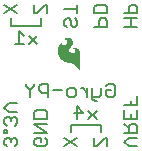
<source format=gbr>
G04 EAGLE Gerber RS-274X export*
G75*
%MOMM*%
%FSLAX34Y34*%
%LPD*%
%INSilkscreen Bottom*%
%IPPOS*%
%AMOC8*
5,1,8,0,0,1.08239X$1,22.5*%
G01*
%ADD10C,0.203200*%
%ADD11C,0.177800*%

G36*
X83864Y92628D02*
X83864Y92628D01*
X83906Y92643D01*
X83908Y92648D01*
X83912Y92650D01*
X83941Y92723D01*
X83945Y92734D01*
X83945Y92735D01*
X83945Y107899D01*
X83943Y107904D01*
X83945Y107910D01*
X83875Y108741D01*
X83869Y108752D01*
X83870Y108767D01*
X83630Y109566D01*
X83622Y109576D01*
X83620Y109590D01*
X83219Y110322D01*
X83209Y110330D01*
X83204Y110343D01*
X82734Y110893D01*
X82723Y110898D01*
X82716Y110910D01*
X82146Y111355D01*
X82134Y111358D01*
X82124Y111368D01*
X81476Y111689D01*
X81464Y111690D01*
X81452Y111698D01*
X80753Y111882D01*
X80742Y111881D01*
X80731Y111886D01*
X79791Y111959D01*
X79782Y111956D01*
X79771Y111959D01*
X78831Y111886D01*
X78827Y111884D01*
X78821Y111885D01*
X78338Y111809D01*
X78299Y111784D01*
X78259Y111763D01*
X78258Y111759D01*
X78255Y111757D01*
X78245Y111712D01*
X78233Y111668D01*
X78235Y111664D01*
X78234Y111660D01*
X78259Y111622D01*
X78283Y111583D01*
X78287Y111582D01*
X78289Y111579D01*
X78330Y111570D01*
X78370Y111558D01*
X78528Y111574D01*
X78666Y111546D01*
X78799Y111475D01*
X79623Y110876D01*
X79741Y110762D01*
X79813Y110624D01*
X79906Y110209D01*
X79906Y109781D01*
X79813Y109365D01*
X79607Y108961D01*
X79294Y108633D01*
X78688Y108268D01*
X78010Y108061D01*
X77299Y108026D01*
X76689Y108123D01*
X76103Y108321D01*
X75560Y108614D01*
X75135Y108979D01*
X74820Y109439D01*
X74634Y109964D01*
X74591Y110520D01*
X74693Y111068D01*
X74933Y111571D01*
X75303Y112006D01*
X75501Y112216D01*
X76096Y112847D01*
X76691Y113478D01*
X76756Y113547D01*
X76759Y113557D01*
X76768Y113563D01*
X77955Y115321D01*
X77957Y115334D01*
X77967Y115344D01*
X78247Y116032D01*
X78246Y116047D01*
X78255Y116062D01*
X78354Y116797D01*
X78350Y116812D01*
X78355Y116829D01*
X78268Y117566D01*
X78260Y117579D01*
X78260Y117597D01*
X77993Y118289D01*
X77982Y118300D01*
X77978Y118317D01*
X77547Y118920D01*
X77537Y118927D01*
X77531Y118939D01*
X76835Y119597D01*
X76827Y119600D01*
X76822Y119608D01*
X76045Y120168D01*
X76035Y120171D01*
X76027Y120179D01*
X75247Y120567D01*
X75235Y120568D01*
X75224Y120576D01*
X74384Y120807D01*
X74372Y120806D01*
X74360Y120812D01*
X73492Y120878D01*
X73482Y120874D01*
X73470Y120878D01*
X72570Y120792D01*
X72561Y120788D01*
X72551Y120789D01*
X71673Y120569D01*
X71665Y120563D01*
X71653Y120562D01*
X71425Y120461D01*
X71069Y120309D01*
X71068Y120309D01*
X70564Y120088D01*
X70554Y120077D01*
X70537Y120072D01*
X70102Y119734D01*
X70099Y119727D01*
X70091Y119723D01*
X70066Y119698D01*
X70063Y119697D01*
X70028Y119605D01*
X70069Y119516D01*
X70154Y119483D01*
X70757Y119483D01*
X71268Y119426D01*
X71758Y119287D01*
X72239Y119032D01*
X72634Y118662D01*
X72920Y118202D01*
X73077Y117683D01*
X73089Y117380D01*
X73030Y117080D01*
X72824Y116586D01*
X72541Y116128D01*
X72190Y115718D01*
X71778Y115364D01*
X70876Y114713D01*
X70388Y114464D01*
X69859Y114366D01*
X69320Y114424D01*
X69146Y114489D01*
X68785Y114737D01*
X68511Y115077D01*
X68467Y115180D01*
X68451Y115300D01*
X68451Y116180D01*
X68434Y116221D01*
X68420Y116263D01*
X68415Y116266D01*
X68413Y116271D01*
X68372Y116287D01*
X68332Y116306D01*
X68326Y116304D01*
X68321Y116306D01*
X68294Y116294D01*
X68245Y116278D01*
X67119Y115357D01*
X67113Y115345D01*
X67101Y115338D01*
X66194Y114201D01*
X66191Y114190D01*
X66182Y114182D01*
X65680Y113248D01*
X65679Y113238D01*
X65673Y113230D01*
X65315Y112233D01*
X65315Y112223D01*
X65310Y112214D01*
X65103Y111175D01*
X65105Y111165D01*
X65104Y111163D01*
X65105Y111163D01*
X65101Y111154D01*
X65041Y109226D01*
X65045Y109215D01*
X65042Y109203D01*
X65330Y107296D01*
X65336Y107286D01*
X65336Y107274D01*
X65964Y105450D01*
X65971Y105441D01*
X65973Y105429D01*
X66920Y103748D01*
X66928Y103742D01*
X66931Y103731D01*
X67816Y102624D01*
X67823Y102621D01*
X67825Y102615D01*
X67826Y102615D01*
X67828Y102611D01*
X68859Y101639D01*
X68867Y101636D01*
X68873Y101628D01*
X70030Y100811D01*
X70040Y100809D01*
X70048Y100801D01*
X71278Y100201D01*
X71289Y100200D01*
X71299Y100192D01*
X72618Y99824D01*
X72629Y99826D01*
X72640Y99820D01*
X74004Y99696D01*
X74009Y99698D01*
X74015Y99696D01*
X76290Y99696D01*
X76658Y99631D01*
X77009Y99504D01*
X77999Y98915D01*
X78853Y98133D01*
X83725Y92651D01*
X83729Y92649D01*
X83731Y92644D01*
X83773Y92628D01*
X83814Y92609D01*
X83818Y92611D01*
X83823Y92609D01*
X83864Y92628D01*
G37*
D10*
X76200Y40640D02*
X76200Y46990D01*
X101600Y46990D02*
X101600Y40640D01*
X25400Y130810D02*
X25400Y137160D01*
X50800Y137160D02*
X50800Y130810D01*
X25400Y130810D01*
X76200Y46990D02*
X101600Y46990D01*
D11*
X30870Y30651D02*
X29048Y28829D01*
X30870Y30651D02*
X30870Y34295D01*
X29048Y36117D01*
X27227Y36117D01*
X25405Y34295D01*
X25405Y32473D01*
X25405Y34295D02*
X23583Y36117D01*
X21761Y36117D01*
X19939Y34295D01*
X19939Y30651D01*
X21761Y28829D01*
X21761Y40523D02*
X19939Y40523D01*
X21761Y40523D02*
X21761Y42345D01*
X19939Y42345D01*
X19939Y40523D01*
X29048Y46370D02*
X30870Y48192D01*
X30870Y51836D01*
X29048Y53657D01*
X27227Y53657D01*
X25405Y51836D01*
X25405Y50014D01*
X25405Y51836D02*
X23583Y53657D01*
X21761Y53657D01*
X19939Y51836D01*
X19939Y48192D01*
X21761Y46370D01*
X23583Y58064D02*
X30870Y58064D01*
X23583Y58064D02*
X19939Y61708D01*
X23583Y65351D01*
X30870Y65351D01*
X54448Y36117D02*
X56270Y34295D01*
X56270Y30651D01*
X54448Y28829D01*
X47161Y28829D01*
X45339Y30651D01*
X45339Y34295D01*
X47161Y36117D01*
X50805Y36117D01*
X50805Y32473D01*
X56270Y40523D02*
X45339Y40523D01*
X45339Y47811D02*
X56270Y40523D01*
X56270Y47811D02*
X45339Y47811D01*
X45339Y52217D02*
X56270Y52217D01*
X45339Y52217D02*
X45339Y57683D01*
X47161Y59504D01*
X54448Y59504D01*
X56270Y57683D01*
X56270Y52217D01*
X70739Y36117D02*
X81670Y28829D01*
X81670Y36117D02*
X70739Y28829D01*
X107070Y28829D02*
X107070Y36117D01*
X105248Y36117D01*
X97961Y28829D01*
X96139Y28829D01*
X96139Y36117D01*
X90883Y51689D02*
X98171Y58977D01*
X98171Y51689D02*
X90883Y58977D01*
X81011Y62620D02*
X81011Y51689D01*
X86477Y57155D02*
X81011Y62620D01*
X79190Y57155D02*
X86477Y57155D01*
X121539Y129901D02*
X132470Y129901D01*
X127005Y129901D02*
X127005Y137189D01*
X132470Y137189D02*
X121539Y137189D01*
X121539Y141595D02*
X132470Y141595D01*
X132470Y147061D01*
X130648Y148883D01*
X127005Y148883D01*
X125183Y147061D01*
X125183Y141595D01*
X107070Y129901D02*
X96139Y129901D01*
X107070Y129901D02*
X107070Y135367D01*
X105248Y137189D01*
X101605Y137189D01*
X99783Y135367D01*
X99783Y129901D01*
X96139Y141595D02*
X107070Y141595D01*
X96139Y141595D02*
X96139Y147061D01*
X97961Y148883D01*
X105248Y148883D01*
X107070Y147061D01*
X107070Y141595D01*
X81670Y135367D02*
X79848Y137189D01*
X81670Y135367D02*
X81670Y131723D01*
X79848Y129901D01*
X78027Y129901D01*
X76205Y131723D01*
X76205Y135367D01*
X74383Y137189D01*
X72561Y137189D01*
X70739Y135367D01*
X70739Y131723D01*
X72561Y129901D01*
X70739Y145239D02*
X81670Y145239D01*
X81670Y141595D02*
X81670Y148883D01*
X125183Y28829D02*
X132470Y28829D01*
X125183Y28829D02*
X121539Y32473D01*
X125183Y36117D01*
X132470Y36117D01*
X132470Y40523D02*
X121539Y40523D01*
X132470Y40523D02*
X132470Y45989D01*
X130648Y47811D01*
X127005Y47811D01*
X125183Y45989D01*
X125183Y40523D01*
X125183Y44167D02*
X121539Y47811D01*
X132470Y52217D02*
X132470Y59504D01*
X132470Y52217D02*
X121539Y52217D01*
X121539Y59504D01*
X127005Y55861D02*
X127005Y52217D01*
X132470Y63911D02*
X121539Y63911D01*
X132470Y63911D02*
X132470Y71198D01*
X127005Y67555D02*
X127005Y63911D01*
X56270Y141595D02*
X56270Y148883D01*
X54448Y148883D01*
X47161Y141595D01*
X45339Y141595D01*
X45339Y148883D01*
X30870Y141595D02*
X19939Y148883D01*
X19939Y141595D02*
X30870Y148883D01*
X47899Y122477D02*
X40611Y115189D01*
X47899Y115189D02*
X40611Y122477D01*
X36205Y122477D02*
X32561Y126120D01*
X32561Y115189D01*
X36205Y115189D02*
X28917Y115189D01*
X106123Y79848D02*
X107945Y81670D01*
X111589Y81670D01*
X113411Y79848D01*
X113411Y72561D01*
X111589Y70739D01*
X107945Y70739D01*
X106123Y72561D01*
X106123Y76205D01*
X109767Y76205D01*
X101717Y78027D02*
X101717Y72561D01*
X99895Y70739D01*
X94430Y70739D01*
X94430Y68917D02*
X94430Y78027D01*
X94430Y68917D02*
X96251Y67095D01*
X98073Y67095D01*
X90023Y70739D02*
X90023Y78027D01*
X90023Y74383D02*
X86379Y78027D01*
X84557Y78027D01*
X78456Y70739D02*
X74812Y70739D01*
X72991Y72561D01*
X72991Y76205D01*
X74812Y78027D01*
X78456Y78027D01*
X80278Y76205D01*
X80278Y72561D01*
X78456Y70739D01*
X68584Y76205D02*
X61297Y76205D01*
X56890Y81670D02*
X56890Y70739D01*
X56890Y81670D02*
X51425Y81670D01*
X49603Y79848D01*
X49603Y76205D01*
X51425Y74383D01*
X56890Y74383D01*
X45196Y79848D02*
X45196Y81670D01*
X45196Y79848D02*
X41552Y76205D01*
X37909Y79848D01*
X37909Y81670D01*
X41552Y76205D02*
X41552Y70739D01*
M02*

</source>
